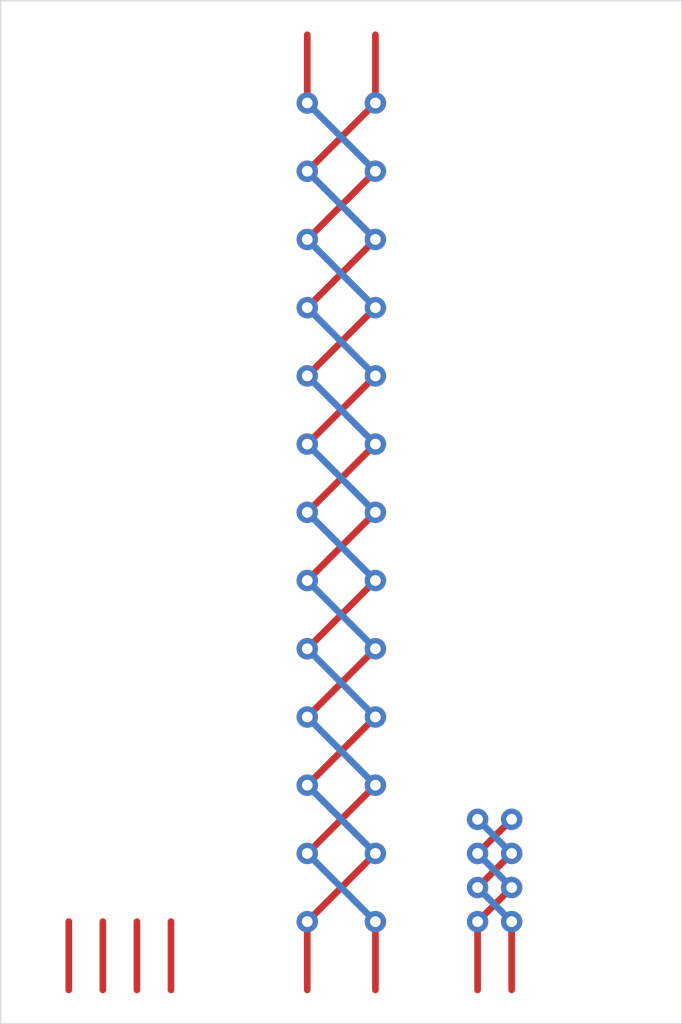
<source format=kicad_pcb>
(kicad_pcb (version 20171130) (host pcbnew "(5.1.5)-3")

  (general
    (thickness 1.6)
    (drawings 4)
    (tracks 76)
    (zones 0)
    (modules 0)
    (nets 1)
  )

  (page A4)
  (layers
    (0 F.Cu signal)
    (31 B.Cu signal)
    (32 B.Adhes user)
    (33 F.Adhes user)
    (34 B.Paste user)
    (35 F.Paste user)
    (36 B.SilkS user)
    (37 F.SilkS user)
    (38 B.Mask user)
    (39 F.Mask user)
    (40 Dwgs.User user)
    (41 Cmts.User user)
    (42 Eco1.User user)
    (43 Eco2.User user)
    (44 Edge.Cuts user)
    (45 Margin user)
    (46 B.CrtYd user)
    (47 F.CrtYd user)
    (48 B.Fab user)
    (49 F.Fab user)
  )

  (setup
    (last_trace_width 0.25)
    (trace_clearance 0.2)
    (zone_clearance 0.508)
    (zone_45_only no)
    (trace_min 0.2)
    (via_size 0.8)
    (via_drill 0.4)
    (via_min_size 0.4)
    (via_min_drill 0.3)
    (uvia_size 0.3)
    (uvia_drill 0.1)
    (uvias_allowed no)
    (uvia_min_size 0.2)
    (uvia_min_drill 0.1)
    (edge_width 0.05)
    (segment_width 0.2)
    (pcb_text_width 0.3)
    (pcb_text_size 1.5 1.5)
    (mod_edge_width 0.12)
    (mod_text_size 1 1)
    (mod_text_width 0.15)
    (pad_size 1.524 1.524)
    (pad_drill 0.762)
    (pad_to_mask_clearance 0.051)
    (solder_mask_min_width 0.25)
    (aux_axis_origin 0 0)
    (visible_elements FFFFFF7F)
    (pcbplotparams
      (layerselection 0x010fc_ffffffff)
      (usegerberextensions false)
      (usegerberattributes false)
      (usegerberadvancedattributes false)
      (creategerberjobfile false)
      (excludeedgelayer true)
      (linewidth 0.100000)
      (plotframeref false)
      (viasonmask false)
      (mode 1)
      (useauxorigin false)
      (hpglpennumber 1)
      (hpglpenspeed 20)
      (hpglpendiameter 15.000000)
      (psnegative false)
      (psa4output false)
      (plotreference true)
      (plotvalue true)
      (plotinvisibletext false)
      (padsonsilk false)
      (subtractmaskfromsilk false)
      (outputformat 1)
      (mirror false)
      (drillshape 1)
      (scaleselection 1)
      (outputdirectory ""))
  )

  (net 0 "")

  (net_class Default "Dies ist die voreingestellte Netzklasse."
    (clearance 0.2)
    (trace_width 0.25)
    (via_dia 0.8)
    (via_drill 0.4)
    (uvia_dia 0.3)
    (uvia_drill 0.1)
  )

  (gr_line (start 25.4 152.4) (end 25.4 190.5) (layer Edge.Cuts) (width 0.05) (tstamp 5E31826A))
  (gr_line (start 50.8 152.4) (end 25.4 152.4) (layer Edge.Cuts) (width 0.05))
  (gr_line (start 50.8 190.5) (end 50.8 152.4) (layer Edge.Cuts) (width 0.05))
  (gr_line (start 25.4 190.5) (end 50.8 190.5) (layer Edge.Cuts) (width 0.05))

  (segment (start 39.37 189.23) (end 39.37 186.69) (width 0.25) (layer F.Cu) (net 0))
  (segment (start 39.37 186.69) (end 39.37 186.69) (width 0.25) (layer F.Cu) (net 0) (tstamp 5E31828F))
  (via (at 39.37 186.69) (size 0.8) (drill 0.4) (layers F.Cu B.Cu) (net 0))
  (via (at 36.83 186.69) (size 0.8) (drill 0.4) (layers F.Cu B.Cu) (net 0))
  (via (at 39.37 184.15) (size 0.8) (drill 0.4) (layers F.Cu B.Cu) (net 0))
  (via (at 36.83 184.15) (size 0.8) (drill 0.4) (layers F.Cu B.Cu) (net 0))
  (via (at 39.37 181.61) (size 0.8) (drill 0.4) (layers F.Cu B.Cu) (net 0))
  (via (at 36.83 181.61) (size 0.8) (drill 0.4) (layers F.Cu B.Cu) (net 0))
  (via (at 39.37 179.07) (size 0.8) (drill 0.4) (layers F.Cu B.Cu) (net 0))
  (via (at 36.83 179.07) (size 0.8) (drill 0.4) (layers F.Cu B.Cu) (net 0))
  (via (at 39.37 176.53) (size 0.8) (drill 0.4) (layers F.Cu B.Cu) (net 0))
  (via (at 36.83 176.53) (size 0.8) (drill 0.4) (layers F.Cu B.Cu) (net 0))
  (segment (start 36.83 189.23) (end 36.83 186.69) (width 0.25) (layer F.Cu) (net 0))
  (segment (start 36.83 186.69) (end 39.37 184.15) (width 0.25) (layer F.Cu) (net 0))
  (segment (start 36.83 181.61) (end 39.37 179.07) (width 0.25) (layer F.Cu) (net 0))
  (segment (start 36.83 179.07) (end 39.37 176.53) (width 0.25) (layer F.Cu) (net 0))
  (segment (start 36.83 184.15) (end 39.37 181.61) (width 0.25) (layer F.Cu) (net 0))
  (via (at 36.83 173.99) (size 0.8) (drill 0.4) (layers F.Cu B.Cu) (net 0))
  (via (at 39.37 173.99) (size 0.8) (drill 0.4) (layers F.Cu B.Cu) (net 0))
  (via (at 39.37 171.45) (size 0.8) (drill 0.4) (layers F.Cu B.Cu) (net 0))
  (via (at 36.83 171.45) (size 0.8) (drill 0.4) (layers F.Cu B.Cu) (net 0))
  (via (at 36.83 168.91) (size 0.8) (drill 0.4) (layers F.Cu B.Cu) (net 0))
  (via (at 39.37 168.91) (size 0.8) (drill 0.4) (layers F.Cu B.Cu) (net 0))
  (via (at 39.37 166.37) (size 0.8) (drill 0.4) (layers F.Cu B.Cu) (net 0))
  (via (at 36.83 166.37) (size 0.8) (drill 0.4) (layers F.Cu B.Cu) (net 0))
  (via (at 36.83 163.83) (size 0.8) (drill 0.4) (layers F.Cu B.Cu) (net 0))
  (via (at 39.37 163.83) (size 0.8) (drill 0.4) (layers F.Cu B.Cu) (net 0))
  (via (at 36.83 161.29) (size 0.8) (drill 0.4) (layers F.Cu B.Cu) (net 0))
  (via (at 39.37 161.29) (size 0.8) (drill 0.4) (layers F.Cu B.Cu) (net 0))
  (via (at 39.37 158.75) (size 0.8) (drill 0.4) (layers F.Cu B.Cu) (net 0))
  (via (at 36.83 158.75) (size 0.8) (drill 0.4) (layers F.Cu B.Cu) (net 0))
  (via (at 36.83 156.21) (size 0.8) (drill 0.4) (layers F.Cu B.Cu) (net 0))
  (via (at 39.37 156.21) (size 0.8) (drill 0.4) (layers F.Cu B.Cu) (net 0))
  (segment (start 36.83 176.53) (end 39.37 173.99) (width 0.25) (layer F.Cu) (net 0))
  (segment (start 36.83 173.99) (end 39.37 171.45) (width 0.25) (layer F.Cu) (net 0))
  (segment (start 36.83 171.45) (end 39.37 168.91) (width 0.25) (layer F.Cu) (net 0))
  (segment (start 36.83 168.91) (end 39.37 166.37) (width 0.25) (layer F.Cu) (net 0))
  (segment (start 36.83 166.37) (end 39.37 163.83) (width 0.25) (layer F.Cu) (net 0))
  (segment (start 36.83 163.83) (end 39.37 161.29) (width 0.25) (layer F.Cu) (net 0))
  (segment (start 36.83 161.29) (end 39.37 158.75) (width 0.25) (layer F.Cu) (net 0))
  (segment (start 36.83 158.75) (end 39.37 156.21) (width 0.25) (layer F.Cu) (net 0))
  (segment (start 39.37 156.21) (end 39.37 153.67) (width 0.25) (layer F.Cu) (net 0))
  (segment (start 39.37 186.69) (end 36.83 184.15) (width 0.25) (layer B.Cu) (net 0))
  (segment (start 39.37 181.61) (end 36.83 179.07) (width 0.25) (layer B.Cu) (net 0))
  (segment (start 39.37 176.53) (end 36.83 173.99) (width 0.25) (layer B.Cu) (net 0))
  (segment (start 39.37 171.45) (end 36.83 168.91) (width 0.25) (layer B.Cu) (net 0))
  (segment (start 39.37 166.37) (end 36.83 163.83) (width 0.25) (layer B.Cu) (net 0))
  (segment (start 39.37 161.29) (end 36.83 158.75) (width 0.25) (layer B.Cu) (net 0))
  (segment (start 36.83 156.21) (end 39.37 158.75) (width 0.25) (layer B.Cu) (net 0))
  (segment (start 36.83 161.29) (end 39.37 163.83) (width 0.25) (layer B.Cu) (net 0))
  (segment (start 36.83 166.37) (end 39.37 168.91) (width 0.25) (layer B.Cu) (net 0))
  (segment (start 36.83 171.45) (end 39.37 173.99) (width 0.25) (layer B.Cu) (net 0))
  (segment (start 36.83 176.53) (end 39.37 179.07) (width 0.25) (layer B.Cu) (net 0))
  (segment (start 36.83 181.61) (end 39.37 184.15) (width 0.25) (layer B.Cu) (net 0))
  (segment (start 36.83 156.21) (end 36.83 153.67) (width 0.25) (layer F.Cu) (net 0))
  (via (at 43.18 186.69) (size 0.8) (drill 0.4) (layers F.Cu B.Cu) (net 0))
  (via (at 44.45 186.69) (size 0.8) (drill 0.4) (layers F.Cu B.Cu) (net 0))
  (via (at 43.18 185.42) (size 0.8) (drill 0.4) (layers F.Cu B.Cu) (net 0))
  (via (at 44.45 185.42) (size 0.8) (drill 0.4) (layers F.Cu B.Cu) (net 0))
  (via (at 43.18 184.15) (size 0.8) (drill 0.4) (layers F.Cu B.Cu) (net 0))
  (via (at 44.45 184.15) (size 0.8) (drill 0.4) (layers F.Cu B.Cu) (net 0))
  (via (at 43.18 182.88) (size 0.8) (drill 0.4) (layers F.Cu B.Cu) (net 0))
  (via (at 44.45 182.88) (size 0.8) (drill 0.4) (layers F.Cu B.Cu) (net 0))
  (segment (start 43.18 189.23) (end 43.18 186.69) (width 0.25) (layer F.Cu) (net 0))
  (segment (start 44.45 189.23) (end 44.45 186.69) (width 0.25) (layer F.Cu) (net 0))
  (segment (start 43.18 186.69) (end 44.45 185.42) (width 0.25) (layer F.Cu) (net 0))
  (segment (start 43.18 184.15) (end 44.45 182.88) (width 0.25) (layer F.Cu) (net 0))
  (segment (start 43.18 185.42) (end 44.45 184.15) (width 0.25) (layer F.Cu) (net 0))
  (segment (start 44.45 186.69) (end 43.18 185.42) (width 0.25) (layer B.Cu) (net 0))
  (segment (start 44.45 185.42) (end 43.18 184.15) (width 0.25) (layer B.Cu) (net 0))
  (segment (start 44.45 184.15) (end 43.18 182.88) (width 0.25) (layer B.Cu) (net 0))
  (segment (start 27.94 189.23) (end 27.94 186.69) (width 0.25) (layer F.Cu) (net 0))
  (segment (start 27.94 186.69) (end 27.94 186.69) (width 0.25) (layer F.Cu) (net 0) (tstamp 5E319629))
  (segment (start 29.21 189.23) (end 29.21 186.69) (width 0.25) (layer F.Cu) (net 0))
  (segment (start 30.48 189.23) (end 30.48 186.69) (width 0.25) (layer F.Cu) (net 0))
  (segment (start 31.75 189.23) (end 31.75 186.69) (width 0.25) (layer F.Cu) (net 0))

)

</source>
